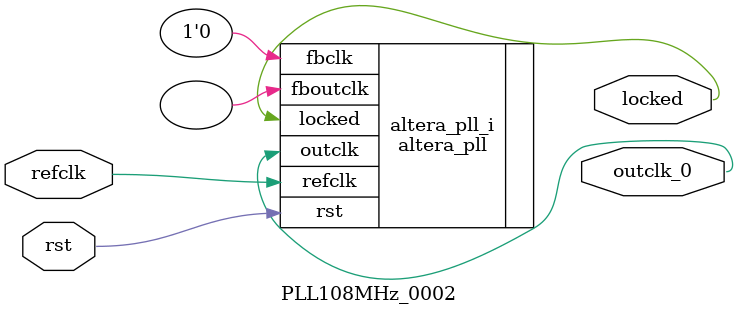
<source format=v>
`timescale 1ns/10ps
module  PLL108MHz_0002(

	// interface 'refclk'
	input wire refclk,

	// interface 'reset'
	input wire rst,

	// interface 'outclk0'
	output wire outclk_0,

	// interface 'locked'
	output wire locked
);

	altera_pll #(
		.fractional_vco_multiplier("false"),
		.reference_clock_frequency("50.0 MHz"),
		.operation_mode("direct"),
		.number_of_clocks(1),
		.output_clock_frequency0("148.437500 MHz"),
		.phase_shift0("0 ps"),
		.duty_cycle0(50),
		.output_clock_frequency1("0 MHz"),
		.phase_shift1("0 ps"),
		.duty_cycle1(50),
		.output_clock_frequency2("0 MHz"),
		.phase_shift2("0 ps"),
		.duty_cycle2(50),
		.output_clock_frequency3("0 MHz"),
		.phase_shift3("0 ps"),
		.duty_cycle3(50),
		.output_clock_frequency4("0 MHz"),
		.phase_shift4("0 ps"),
		.duty_cycle4(50),
		.output_clock_frequency5("0 MHz"),
		.phase_shift5("0 ps"),
		.duty_cycle5(50),
		.output_clock_frequency6("0 MHz"),
		.phase_shift6("0 ps"),
		.duty_cycle6(50),
		.output_clock_frequency7("0 MHz"),
		.phase_shift7("0 ps"),
		.duty_cycle7(50),
		.output_clock_frequency8("0 MHz"),
		.phase_shift8("0 ps"),
		.duty_cycle8(50),
		.output_clock_frequency9("0 MHz"),
		.phase_shift9("0 ps"),
		.duty_cycle9(50),
		.output_clock_frequency10("0 MHz"),
		.phase_shift10("0 ps"),
		.duty_cycle10(50),
		.output_clock_frequency11("0 MHz"),
		.phase_shift11("0 ps"),
		.duty_cycle11(50),
		.output_clock_frequency12("0 MHz"),
		.phase_shift12("0 ps"),
		.duty_cycle12(50),
		.output_clock_frequency13("0 MHz"),
		.phase_shift13("0 ps"),
		.duty_cycle13(50),
		.output_clock_frequency14("0 MHz"),
		.phase_shift14("0 ps"),
		.duty_cycle14(50),
		.output_clock_frequency15("0 MHz"),
		.phase_shift15("0 ps"),
		.duty_cycle15(50),
		.output_clock_frequency16("0 MHz"),
		.phase_shift16("0 ps"),
		.duty_cycle16(50),
		.output_clock_frequency17("0 MHz"),
		.phase_shift17("0 ps"),
		.duty_cycle17(50),
		.pll_type("General"),
		.pll_subtype("General")
	) altera_pll_i (
		.rst	(rst),
		.outclk	({outclk_0}),
		.locked	(locked),
		.fboutclk	( ),
		.fbclk	(1'b0),
		.refclk	(refclk)
	);
endmodule


</source>
